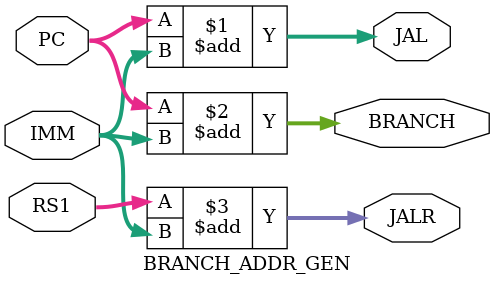
<source format=sv>
`timescale 1ns / 1ps


module BRANCH_ADDR_GEN(
    input [31:0] IMM,
    input [31:0] PC,
    input [31:0] RS1,
    output [31:0] JAL,
    output [31:0] BRANCH,
    output [31:0] JALR
    );
    
    assign JAL = PC + IMM;       //jal is program counter with J_Type immediate offset
    assign BRANCH = PC + IMM;    //branch is program counter with B_TYPE immediate offset
    assign JALR = RS1 + IMM;     //jalr is summation of source register and I_TYPE immediate
    
endmodule

</source>
